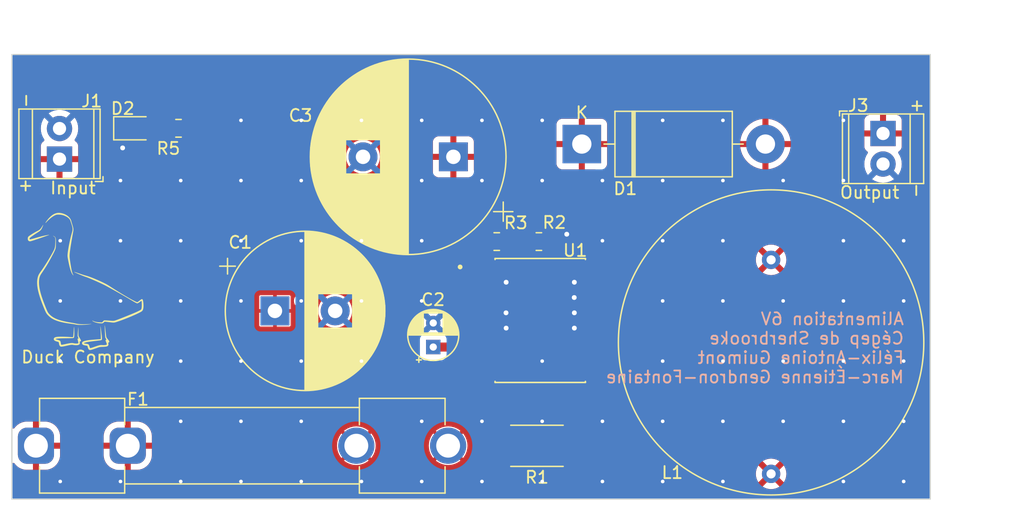
<source format=kicad_pcb>
(kicad_pcb (version 20221018) (generator pcbnew)
  (layers (0 "F.Cu" signal) (1 "In1.Cu" signal) (2 "In2.Cu" signal) (31 "B.Cu" signal) (34 "B.Paste" user) (35 "F.Paste" user) (36 "B.SilkS" user "B.Silkscreen") (37 "F.SilkS" user "F.Silkscreen") (38 "B.Mask" user) (39 "F.Mask" user) (44 "Edge.Cuts" user))
  (net 0 "")
  (net 1 "Net-(U1-VCC)")
  (net 2 "GND")
  (net 3 "Net-(U1-timing_capacitor)")
  (net 4 "Net-(D1-K)")
  (net 5 "Net-(D1-A)")
  (net 6 "Net-(D2-A)")
  (net 7 "Net-(J1-Pin_1)")
  (net 8 "Net-(U1-Ipk_Sense)")
  (net 9 "Net-(U1-Feedback_1)")
  (footprint "Capacitor_THT:CP_Radial_D16.0mm_P7.50mm" (layer "F.Cu") (at 139.16 96.03 180)
    (fp_text reference "C3" (at 12.682755 3.43) (layer "F.SilkS"))
    (fp_text value "Co")
    (pad "1" thru_hole rect (at 0 0 180) (size 2.4 2.4) (drill 1.2) (layers "*.Cu" "*.Mask") (net 4 "Net-(D1-K)"))
    (pad "2" thru_hole circle (at 7.5 0 180) (size 2.4 2.4) (drill 1.2) (layers "*.Cu" "*.Mask") (net 2 "GND"))
  )
  (footprint "TerminalBlock_TE-Connectivity:TerminalBlock_TE_282834-2_1x02_P2.54mm_Horizontal" (layer "F.Cu") (at 174.82 94.09 -90)
    (fp_text reference "J3" (at -2.32 2.06 -180) (layer "F.SilkS"))
    (fp_text value "Output")
    (pad "1" thru_hole rect (at 0 0 270) (size 2.1 2.1) (drill 1.1) (layers "*.Cu" "*.Mask") (net 4 "Net-(D1-K)"))
    (pad "2" thru_hole circle (at 2.54 0 270) (size 2.1 2.1) (drill 1.1) (layers "*.Cu" "*.Mask") (net 2 "GND"))
  )
  (footprint "Capacitor_THT:CP_Radial_D13.0mm_P5.00mm" (layer "F.Cu") (at 124.35 108.83)
    (fp_text reference "C1" (at -2.88 -5.69) (layer "F.SilkS"))
    (fp_text value "Cin")
    (pad "1" thru_hole rect (at 0 0) (size 2.4 2.4) (drill 1.2) (layers "*.Cu" "*.Mask") (net 1 "Net-(U1-VCC)"))
    (pad "2" thru_hole circle (at 5 0) (size 2.4 2.4) (drill 1.2) (layers "*.Cu" "*.Mask") (net 2 "GND"))
  )
  (footprint "Resistor_SMD:R_0805_2012Metric" (layer "F.Cu") (at 142.76 103.07 180)
    (fp_text reference "R3" (at -1.58 1.55) (layer "F.SilkS"))
    (fp_text value "R_US")
    (pad "1" smd roundrect (at -0.9125 0 180) (size 1.025 1.4) (layers "F.Cu" "F.Paste" "F.Mask") (roundrect_rratio 0.243902439) (net 9 "Net-(U1-Feedback_1)"))
    (pad "2" smd roundrect (at 0.9125 0 180) (size 1.025 1.4) (layers "F.Cu" "F.Paste" "F.Mask") (roundrect_rratio 0.243902439) (net 4 "Net-(D1-K)"))
  )
  (footprint "Resistor_SMD:R_2512_6332Metric" (layer "F.Cu") (at 146.0975 120.04 180)
    (fp_text reference "R1" (at 0 -2.62) (layer "F.SilkS"))
    (fp_text value "Rsc")
    (pad "1" smd roundrect (at -2.9625 0 180) (size 1.225 3.35) (layers "F.Cu" "F.Paste" "F.Mask") (roundrect_rratio 0.2040816327) (net 8 "Net-(U1-Ipk_Sense)"))
    (pad "2" smd roundrect (at 2.9625 0 180) (size 1.225 3.35) (layers "F.Cu" "F.Paste" "F.Mask") (roundrect_rratio 0.2040816327) (net 1 "Net-(U1-VCC)"))
  )
  (footprint "THT_2:L0451-AL" (layer "F.Cu") (at 165.53 122.37 90)
    (fp_text reference "L1" hide)
    (fp_text value "180nH")
    (pad "1" thru_hole circle (at 0 0 90) (size 1.524 1.524) (drill 0.762) (layers "*.Cu" "*.Mask") (net 8 "Net-(U1-Ipk_Sense)"))
    (pad "2" thru_hole circle (at 17.78 0 90) (size 1.524 1.524) (drill 0.762) (layers "*.Cu" "*.Mask") (net 5 "Net-(D1-A)"))
  )
  (footprint "Resistor_SMD:R_0805_2012Metric" (layer "F.Cu") (at 116.3475 93.66 180)
    (fp_text reference "R5" (at 0.8425 -1.68) (layer "F.SilkS"))
    (fp_text value "10K")
    (pad "1" smd roundrect (at -0.9125 0 180) (size 1.025 1.4) (layers "F.Cu" "F.Paste" "F.Mask") (roundrect_rratio 0.243902439) (net 1 "Net-(U1-VCC)"))
    (pad "2" smd roundrect (at 0.9125 0 180) (size 1.025 1.4) (layers "F.Cu" "F.Paste" "F.Mask") (roundrect_rratio 0.243902439) (net 6 "Net-(D2-A)"))
  )
  (footprint "LED_SMD:LED_0805_2012Metric" (layer "F.Cu") (at 112.6525 93.66)
    (fp_text reference "D2" (at -0.935 -1.64) (layer "F.SilkS"))
    (fp_text value "LED")
    (pad "1" smd roundrect (at -0.9375 0) (size 0.975 1.4) (layers "F.Cu" "F.Paste" "F.Mask") (net 2 "GND"))
    (pad "2" smd roundrect (at 0.9375 0) (size 0.975 1.4) (layers "F.Cu" "F.Paste" "F.Mask") (net 6 "Net-(D2-A)"))
  )
  (footprint "Resistor_SMD:R_0805_2012Metric" (layer "F.Cu") (at 146.2575 103.07)
    (fp_text reference "R2" (at 1.2825 -1.58) (layer "F.SilkS"))
    (fp_text value "R_US")
    (pad "1" smd roundrect (at -0.9125 0) (size 1.025 1.4) (layers "F.Cu" "F.Paste" "F.Mask") (roundrect_rratio 0.243902439) (net 9 "Net-(U1-Feedback_1)"))
    (pad "2" smd roundrect (at 0.9125 0) (size 1.025 1.4) (layers "F.Cu" "F.Paste" "F.Mask") (roundrect_rratio 0.243902439) (net 2 "GND"))
  )
  (footprint "SOIC127P1030X265-16N:SOIC127P1030X265-16N" (layer "F.Cu") (at 146.37 109.625)
    (fp_text reference "U1" (at 2.9 -5.815) (layer "F.SilkS"))
    (fp_text value "MC34163")
    (pad "1" smd roundrect (at -4.65 -4.445) (size 2 0.6) (layers "F.Cu" "F.Paste") (roundrect_rratio 0.05))
    (pad "2" smd roundrect (at -4.65 -3.175) (size 2 0.6) (layers "F.Cu" "F.Paste") (roundrect_rratio 0.05) (net 2 "GND"))
    (pad "3" smd roundrect (at -4.65 -1.905) (size 2 0.6) (layers "F.Cu" "F.Paste") (roundrect_rratio 0.05) (net 9 "Net-(U1-Feedback_1)"))
    (pad "4" smd roundrect (at -4.65 -0.635) (size 2 0.6) (layers "F.Cu" "F.Paste") (roundrect_rratio 0.05) (net 2 "GND"))
    (pad "5" smd roundrect (at -4.65 0.635) (size 2 0.6) (layers "F.Cu" "F.Paste") (roundrect_rratio 0.05) (net 2 "GND"))
    (pad "6" smd roundrect (at -4.65 1.905) (size 2 0.6) (layers "F.Cu" "F.Paste") (roundrect_rratio 0.05) (net 3 "Net-(U1-timing_capacitor)"))
    (pad "7" smd roundrect (at -4.65 3.175) (size 2 0.6) (layers "F.Cu" "F.Paste") (roundrect_rratio 0.05) (net 1 "Net-(U1-VCC)"))
    (pad "8" smd roundrect (at -4.65 4.445) (size 2 0.6) (layers "F.Cu" "F.Paste") (roundrect_rratio 0.05) (net 8 "Net-(U1-Ipk_Sense)"))
    (pad "9" smd roundrect (at 4.65 4.445) (size 2 0.6) (layers "F.Cu" "F.Paste") (roundrect_rratio 0.05) (net 5 "Net-(D1-A)"))
    (pad "10" smd roundrect (at 4.65 3.175) (size 2 0.6) (layers "F.Cu" "F.Paste") (roundrect_rratio 0.05) (net 5 "Net-(D1-A)"))
    (pad "11" smd roundrect (at 4.65 1.905) (size 2 0.6) (layers "F.Cu" "F.Paste") (roundrect_rratio 0.05) (net 5 "Net-(D1-A)"))
    (pad "12" smd roundrect (at 4.65 0.635) (size 2 0.6) (layers "F.Cu" "F.Paste") (roundrect_rratio 0.05) (net 2 "GND"))
    (pad "13" smd roundrect (at 4.65 -0.635) (size 2 0.6) (layers "F.Cu" "F.Paste") (roundrect_rratio 0.05) (net 2 "GND"))
    (pad "14" smd roundrect (at 4.65 -1.905) (size 2 0.6) (layers "F.Cu" "F.Paste") (roundrect_rratio 0.05) (net 2 "GND"))
    (pad "15" smd roundrect (at 4.65 -3.175) (size 2 0.6) (layers "F.Cu" "F.Paste") (roundrect_rratio 0.05) (net 2 "GND"))
    (pad "16" smd roundrect (at 4.65 -4.445) (size 2 0.6) (layers "F.Cu" "F.Paste") (roundrect_rratio 0.05))
  )
  (footprint "TerminalBlock_TE-Connectivity:TerminalBlock_TE_282834-2_1x02_P2.54mm_Horizontal" (layer "F.Cu") (at 106.47 96.22 90)
    (fp_text reference "J1" (at 4.82 2.67 180) (layer "F.SilkS"))
    (fp_text value "Input")
    (pad "1" thru_hole rect (at 0 0 90) (size 2.1 2.1) (drill 1.1) (layers "*.Cu" "*.Mask") (net 7 "Net-(J1-Pin_1)"))
    (pad "2" thru_hole circle (at 2.54 0 90) (size 2.1 2.1) (drill 1.1) (layers "*.Cu" "*.Mask") (net 2 "GND"))
  )
  (footprint "Fuse:Fuseholder_Clip-6.3x32mm_Littelfuse_102_122_Inline_P34.21x7.62mm_D1.98mm_Horizontal" (layer "F.Cu") (at 104.515 120.03)
    (fp_text reference "F1" (at 8.465 -3.85) (layer "F.SilkS"))
    (fp_text value "Fuse")
    (pad "1" thru_hole roundrect (at 0 0) (size 3 3) (drill 1.98) (layers "*.Cu" "*.Mask") (net 7 "Net-(J1-Pin_1)"))
    (pad "1" thru_hole roundrect (at 7.62 0) (size 3 3) (drill 1.98) (layers "*.Cu" "*.Mask") (net 7 "Net-(J1-Pin_1)"))
    (pad "2" thru_hole circle (at 26.59 0) (size 3 3) (drill 1.98) (layers "*.Cu" "*.Mask") (net 1 "Net-(U1-VCC)"))
    (pad "2" thru_hole circle (at 34.21 0) (size 3 3) (drill 1.98) (layers "*.Cu" "*.Mask") (net 1 "Net-(U1-VCC)"))
  )
  (footprint "Diode_THT:D_DO-201AD_P15.24mm_Horizontal" (layer "F.Cu") (at 149.82 94.97)
    (fp_text reference "D1" (at 3.61 3.71) (layer "F.SilkS"))
    (fp_text value "1N5822")
    (fp_text user "K" (at 0 -2.6) (layer "F.SilkS"))
    (pad "1" thru_hole rect (at 0 0) (size 3.2 3.2) (drill 1.6) (layers "*.Cu" "*.Mask") (net 4 "Net-(D1-K)"))
    (pad "2" thru_hole oval (at 15.24 0) (size 3.2 3.2) (drill 1.6) (layers "*.Cu" "*.Mask") (net 5 "Net-(D1-A)"))
  )
  (footprint "Logo:duck_15x15" (layer "F.Cu") (at 108.64 106.38)
    (fp_text reference "G***" hide)
    (fp_text value "LOGO" hide)
  )
  (footprint "Capacitor_THT:CP_Radial_D4.0mm_P2.00mm" (layer "F.Cu") (at 137.49 111.832599 90)
    (fp_text reference "C2" (at 3.932599 -0.01 180) (layer "F.SilkS"))
    (fp_text value "Ct 680pF")
    (pad "1" thru_hole rect (at 0 0 90) (size 1.2 1.2) (drill 0.6) (layers "*.Cu" "*.Mask") (net 3 "Net-(U1-timing_capacitor)"))
    (pad "2" thru_hole circle (at 2 0 90) (size 1.2 1.2) (drill 0.6) (layers "*.Cu" "*.Mask") (net 2 "GND"))
  )
  (gr_rect (start 102.52 87.53) (end 178.74 124.47) (stroke (width 0.1)) (fill none) (layer "Edge.Cuts"))
  (gr_text "Alimentation 6V\nCégep de Sherbrooke\nFélix-Antoine Guimont\nMarc-Étienne Gendron-Fontaine" (at 176.64 114.91) (layer "B.SilkS") (effects (font (size 1 1)) (justify left bottom mirror)))
  (gr_text "Input" (at 105.61 99.21) (layer "F.SilkS") (effects (font (size 1 1)) (justify left bottom)))
  (gr_text "Output" (at 171.16 99.58) (layer "F.SilkS") (effects (font (size 1 1)) (justify left bottom)))
  (gr_text "+" (at 102.94 98.96) (layer "F.SilkS") (effects (font (size 1 1)) (justify left bottom)))
  (gr_text "Duck Company" (at 103.21 113.25) (layer "F.SilkS") (effects (font (size 1 1)) (justify left bottom)))
  (gr_text "L1" (at 156.35 122.85) (layer "F.SilkS") (effects (font (size 1 1)) (justify left bottom)))
  (gr_text "-" (at 178.09 99.54 90) (layer "F.SilkS") (effects (font (size 1 1)) (justify left bottom)))
  (gr_text "-" (at 104.22 92.06 90) (layer "F.SilkS") (effects (font (size 1 1)) (justify left bottom)))
  (gr_text "+" (at 176.92 92.31) (layer "F.SilkS") (effects (font (size 1 1)) (justify left bottom)))
  (segment (start 141.72 110.26) (end 143.54 110.26) (width 0.75) (layer "F.Cu") (net 2))
  (segment (start 147.96 103.07) (end 148.57 102.46) (width 0.75) (layer "F.Cu") (net 2))
  (segment (start 151.02 107.72) (end 149.19 107.72) (width 0.75) (layer "F.Cu") (net 2))
  (segment (start 151.02 108.99) (end 149.2 108.99) (width 0.75) (layer "F.Cu") (net 2))
  (segment (start 141.72 106.45) (end 143.54 106.45) (width 0.75) (layer "F.Cu") (net 2))
  (segment (start 151.02 106.45) (end 149.2 106.45) (width 0.75) (layer "F.Cu") (net 2))
  (segment (start 111.715 93.66) (end 111.715 95.285) (width 0.75) (layer "F.Cu") (net 2))
  (segment (start 147.17 103.07) (end 147.96 103.07) (width 0.75) (layer "F.Cu") (net 2))
  (segment (start 151.02 110.26) (end 149.2 110.26) (width 0.75) (layer "F.Cu") (net 2))
  (segment (start 141.72 108.99) (end 143.53 108.99) (width 0.75) (layer "F.Cu") (net 2))
  (segment (start 111.715 95.285) (end 111.71 95.29) (width 0.25) (layer "F.Cu") (net 2))
  (via (at 136.531517 118.00175) (size 0.8) (drill 0.3) (layers "F.Cu" "B.Cu") (net 2))
  (via (at 116.531517 118.00175) (size 0.8) (drill 0.3) (layers "F.Cu" "B.Cu") (net 2))
  (via (at 121.531517 113.00175) (size 0.8) (drill 0.3) (layers "F.Cu" "B.Cu") (net 2))
  (via (at 126.531517 103.00175) (size 0.8) (drill 0.3) (layers "F.Cu" "B.Cu") (net 2))
  (via (at 106.531517 103.00175) (size 0.8) (drill 0.3) (layers "F.Cu" "B.Cu") (net 2))
  (via (at 111.531517 123.00175) (size 0.8) (drill 0.3) (layers "F.Cu" "B.Cu") (net 2))
  (via (at 156.531517 113.00175) (size 0.8) (drill 0.3) (layers "F.Cu" "B.Cu") (net 2))
  (via (at 141.531517 118.00175) (size 0.8) (drill 0.3) (layers "F.Cu" "B.Cu") (net 2))
  (via (at 156.531517 123.00175) (size 0.8) (drill 0.3) (layers "F.Cu" "B.Cu") (net 2))
  (via (at 171.531517 93.00175) (size 0.8) (drill 0.3) (layers "F.Cu" "B.Cu") (net 2))
  (via (at 176.531517 118.00175) (size 0.8) (drill 0.3) (layers "F.Cu" "B.Cu") (net 2))
  (via (at 131.531517 103.00175) (size 0.8) (drill 0.3) (layers "F.Cu" "B.Cu") (net 2))
  (via (at 121.531517 98.00175) (size 0.8) (drill 0.3) (layers "F.Cu" "B.Cu") (net 2))
  (via (at 161.531517 113.00175) (size 0.8) (drill 0.3) (layers "F.Cu" "B.Cu") (net 2))
  (via (at 106.531517 123.00175) (size 0.8) (drill 0.3) (layers "F.Cu" "B.Cu") (net 2))
  (via (at 146.531517 113.00175) (size 0.8) (drill 0.3) (layers "F.Cu" "B.Cu") (net 2))
  (via (at 126.531517 118.00175) (size 0.8) (drill 0.3) (layers "F.Cu" "B.Cu") (net 2))
  (via (at 131.531517 123.00175) (size 0.8) (drill 0.3) (layers "F.Cu" "B.Cu") (net 2))
  (via (at 106.531517 108.00175) (size 0.8) (drill 0.3) (layers "F.Cu" "B.Cu") (net 2))
  (via (at 111.531517 113.00175) (size 0.8) (drill 0.3) (layers "F.Cu" "B.Cu") (net 2))
  (via (at 116.531517 108.00175) (size 0.8) (drill 0.3) (layers "F.Cu" "B.Cu") (net 2))
  (via (at 141.531517 93.00175) (size 0.8) (drill 0.3) (layers "F.Cu" "B.Cu") (net 2))
  (via (at 136.531517 98.00175) (size 0.8) (drill 0.3) (layers "F.Cu" "B.Cu") (net 2))
  (via (at 176.531517 123.00175) (size 0.8) (drill 0.3) (layers "F.Cu" "B.Cu") (net 2))
  (via (at 149.2 108.99) (size 0.8) (drill 0.4) (layers "F.Cu" "B.Cu") (net 2))
  (via (at 161.531517 93.00175) (size 0.8) (drill 0.3) (layers "F.Cu" "B.Cu") (net 2))
  (via (at 151.531517 98.00175) (size 0.8) (drill 0.3) (layers "F.Cu" "B.Cu") (net 2))
  (via (at 146.531517 118.00175) (size 0.8) (drill 0.3) (layers "F.Cu" "B.Cu") (net 2))
  (via (at 116.531517 98.00175) (size 0.8) (drill 0.3) (layers "F.Cu" "B.Cu") (net 2))
  (via (at 116.531517 113.00175) (size 0.8) (drill 0.3) (layers "F.Cu" "B.Cu") (net 2))
  (via (at 126.531517 98.00175) (size 0.8) (drill 0.3) (layers "F.Cu" "B.Cu") (net 2))
  (via (at 121.531517 118.00175) (size 0.8) (drill 0.3) (layers "F.Cu" "B.Cu") (net 2))
  (via (at 171.531517 103.00175) (size 0.8) (drill 0.3) (layers "F.Cu" "B.Cu") (net 2))
  (via (at 156.531517 103.00175) (size 0.8) (drill 0.3) (layers "F.Cu" "B.Cu") (net 2))
  (via (at 143.54 106.45) (size 0.8) (drill 0.4) (layers "F.Cu" "B.Cu") (net 2))
  (via (at 171.531517 113.00175) (size 0.8) (drill 0.3) (layers "F.Cu" "B.Cu") (net 2))
  (via (at 166.531517 98.00175) (size 0.8) (drill 0.3) (layers "F.Cu" "B.Cu") (net 2))
  (via (at 161.531517 108.00175) (size 0.8) (drill 0.3) (layers "F.Cu" "B.Cu") (net 2))
  (via (at 161.531517 118.00175) (size 0.8) (drill 0.3) (layers "F.Cu" "B.Cu") (net 2))
  (via (at 171.531517 98.00175) (size 0.8) (drill 0.3) (layers "F.Cu" "B.Cu") (net 2))
  (via (at 149.19 107.72) (size 0.8) (drill 0.4) (layers "F.Cu" "B.Cu") (net 2))
  (via (at 111.531517 98.00175) (size 0.8) (drill 0.3) (layers "F.Cu" "B.Cu") (net 2))
  (via (at 126.531517 108.00175) (size 0.8) (drill 0.3) (layers "F.Cu" "B.Cu") (net 2))
  (via (at 121.531517 108.00175) (size 0.8) (drill 0.3) (layers "F.Cu" "B.Cu") (net 2))
  (via (at 131.531517 108.00175) (size 0.8) (drill 0.3) (layers "F.Cu" "B.Cu") (net 2))
  (via (at 171.531517 118.00175) (size 0.8) (drill 0.3) (layers "F.Cu" "B.Cu") (net 2))
  (via (at 136.531517 123.00175) (size 0.8) (drill 0.3) (layers "F.Cu" "B.Cu") (net 2))
  (via (at 111.71 95.29) (size 0.8) (drill 0.4) (layers "F.Cu" "B.Cu") (net 2))
  (via (at 136.531517 108.00175) (size 0.8) (drill 0.3) (layers "F.Cu" "B.Cu") (net 2))
  (via (at 176.531517 113.00175) (size 0.8) (drill 0.3) (layers "F.Cu" "B.Cu") (net 2))
  (via (at 116.531517 103.00175) (size 0.8) (drill 0.3) (layers "F.Cu" "B.Cu") (net 2))
  (via (at 121.531517 93.00175) (size 0.8) (drill 0.3) (layers "F.Cu" "B.Cu") (net 2))
  (via (at 121.531517 123.00175) (size 0.8) (drill 0.3) (layers "F.Cu" "B.Cu") (net 2))
  (via (at 126.531517 123.00175) (size 0.8) (drill 0.3) (layers "F.Cu" "B.Cu") (net 2))
  (via (at 111.531517 108.00175) (size 0.8) (drill 0.3) (layers "F.Cu" "B.Cu") (net 2))
  (via (at 156.531517 108.00175) (size 0.8) (drill 0.3) (layers "F.Cu" "B.Cu") (net 2))
  (via (at 146.531517 123.00175) (size 0.8) (drill 0.3) (layers "F.Cu" "B.Cu") (net 2))
  (via (at 171.531517 123.00175) (size 0.8) (drill 0.3) (layers "F.Cu" "B.Cu") (net 2))
  (via (at 126.531517 93.00175) (size 0.8) (drill 0.3) (layers "F.Cu" "B.Cu") (net 2))
  (via (at 166.531517 108.00175) (size 0.8) (drill 0.3) (layers "F.Cu" "B.Cu") (net 2))
  (via (at 126.531517 113.00175) (size 0.8) (drill 0.3) (layers "F.Cu" "B.Cu") (net 2))
  (via (at 111.531517 103.00175) (size 0.8) (drill 0.3) (layers "F.Cu" "B.Cu") (net 2))
  (via (at 143.53 108.99) (size 0.8) (drill 0.4) (layers "F.Cu" "B.Cu") (net 2))
  (via (at 149.2 106.45) (size 0.8) (drill 0.4) (layers "F.Cu" "B.Cu") (net 2))
  (via (at 156.531517 98.00175) (size 0.8) (drill 0.3) (layers "F.Cu" "B.Cu") (net 2))
  (via (at 156.531517 118.00175) (size 0.8) (drill 0.3) (layers "F.Cu" "B.Cu") (net 2))
  (via (at 116.531517 123.00175) (size 0.8) (drill 0.3) (layers "F.Cu" "B.Cu") (net 2))
  (via (at 161.531517 98.00175) (size 0.8) (drill 0.3) (layers "F.Cu" "B.Cu") (net 2))
  (via (at 143.54 110.26) (size 0.8) (drill 0.4) (layers "F.Cu" "B.Cu") (net 2))
  (via (at 156.531517 93.00175) (size 0.8) (drill 0.3) (layers "F.Cu" "B.Cu") (net 2))
  (via (at 131.531517 93.00175) (size 0.8) (drill 0.3) (layers "F.Cu" "B.Cu") (net 2))
  (via (at 176.531517 103.00175) (size 0.8) (drill 0.3) (layers "F.Cu" "B.Cu") (net 2))
  (via (at 136.531517 103.00175) (size 0.8) (drill 0.3) (layers "F.Cu" "B.Cu") (net 2))
  (via (at 141.531517 123.00175) (size 0.8) (drill 0.3) (layers "F.Cu" "B.Cu") (net 2))
  (via (at 171.531517 108.00175) (size 0.8) (drill 0.3) (layers "F.Cu" "B.Cu") (net 2))
  (via (at 166.531517 118.00175) (size 0.8) (drill 0.3) (layers "F.Cu" "B.Cu") (net 2))
  (via (at 151.531517 118.00175) (size 0.8) (drill 0.3) (layers "F.Cu" "B.Cu") (net 2))
  (via (at 106.531517 113.00175) (size 0.8) (drill 0.3) (layers "F.Cu" "B.Cu") (net 2))
  (via (at 151.531517 103.00175) (size 0.8) (drill 0.3) (layers "F.Cu" "B.Cu") (net 2))
  (via (at 149.2 110.26) (size 0.8) (drill 0.4) (layers "F.Cu" "B.Cu") (net 2))
  (via (at 166.531517 113.00175) (size 0.8) (drill 0.3) (layers "F.Cu" "B.Cu") (net 2))
  (via (at 151.531517 123.00175) (size 0.8) (drill 0.3) (layers "F.Cu" "B.Cu") (net 2))
  (via (at 148.57 102.46) (size 0.8) (drill 0.4) (layers "F.Cu" "B.Cu") (net 2))
  (via (at 121.531517 103.00175) (size 0.8) (drill 0.3) (layers "F.Cu" "B.Cu") (net 2))
  (via (at 146.531517 98.00175) (size 0.8) (drill 0.3) (layers "F.Cu" "B.Cu") (net 2))
  (via (at 176.531517 108.00175) (size 0.8) (drill 0.3) (layers "F.Cu" "B.Cu") (net 2))
  (via (at 136.531517 93.00175) (size 0.8) (drill 0.3) (layers "F.Cu" "B.Cu") (net 2))
  (via (at 131.531517 113.00175) (size 0.8) (drill 0.3) (layers "F.Cu" "B.Cu") (net 2))
  (via (at 141.531517 98.00175) (size 0.8) (drill 0.3) (layers "F.Cu" "B.Cu") (net 2))
  (via (at 161.531517 123.00175) (size 0.8) (drill 0.3) (layers "F.Cu" "B.Cu") (net 2))
  (via (at 161.531517 103.00175) (size 0.8) (drill 0.3) (layers "F.Cu" "B.Cu") (net 2))
  (via (at 146.531517 93.00175) (size 0.8) (drill 0.3) (layers "F.Cu" "B.Cu") (net 2))
  (segment (start 141.72 111.53) (end 139.87 111.53) (width 0.75) (layer "F.Cu") (net 3))
  (segment (start 139.56 111.84) (end 139.552599 111.832599) (width 0.25) (layer "F.Cu") (net 3))
  (segment (start 139.552599 111.832599) (end 137.49 111.832599) (width 0.75) (layer "F.Cu") (net 3))
  (segment (start 139.87 111.53) (end 139.56 111.84) (width 0.75) (layer "F.Cu") (net 3))
  (segment (start 113.59 93.66) (end 115.435 93.66) (width 0.75) (layer "F.Cu") (net 6))
  (segment (start 141.72 107.72) (end 144.88 107.72) (width 0.75) (layer "F.Cu") (net 9))
  (segment (start 143.6725 103.07) (end 145.345 103.07) (width 0.75) (layer "F.Cu") (net 9))
  (segment (start 145.345 107.255) (end 145.345 103.07) (width 0.75) (layer "F.Cu") (net 9))
  (segment (start 144.88 107.72) (end 145.345 107.255) (width 0.75) (layer "F.Cu") (net 9))
  (zone (net 5) (net_name "Net-(D1-A)") (layer "F.Cu") (priority 3) (connect_pads (clearance 0.508)) (min_thickness 0.25) (fill yes (thermal_gap 0.5) (thermal_bridge_width 0.5))
    (polygon (pts (xy 148.889779 115.160467) (xy 165.02 115.170454) (xy 165.02 110.66) (xy 178.74 110.66) (xy 178.74 99.56) (xy 167.61 99.56) (xy 167.61 92.1) (xy 158.35 92.1) (xy 158.35 104.43) (xy 152.58 104.43) (xy 152.58 110.92) (xy 148.88812 110.92)))
  )
  (zone (net 8) (net_name "Net-(U1-Ipk_Sense)") (layer "F.Cu") (priority 2) (connect_pads (clearance 0.508)) (min_thickness 0.25) (fill yes (thermal_gap 0.5) (thermal_bridge_width 0.5))
    (polygon (pts (xy 140.5 113.52) (xy 140.5 116.51) (xy 146.51 116.51) (xy 146.51 124.44) (xy 178.73 124.44) (xy 178.73 111.18) (xy 165.54 111.18) (xy 165.54 115.87) (xy 148.31 115.87) (xy 148.31 113.52)))
  )
  (zone (net 4) (net_name "Net-(D1-K)") (layer "F.Cu") (priority 5) (connect_pads (clearance 0.508)) (min_thickness 0.25) (fill yes (thermal_gap 0.5) (thermal_bridge_width 0.5))
    (polygon (pts (xy 135.33 87.509441) (xy 178.729441 87.509441) (xy 178.73 87.51) (xy 178.73 99) (xy 168.21 99) (xy 168.21 91.4) (xy 157.74 91.4) (xy 157.73 91.41) (xy 157.73 103.77) (xy 149.71 103.77) (xy 149.71 104.12) (xy 135.33 104.12)))
  )
  (zone (net 1) (net_name "Net-(U1-VCC)") (layer "F.Cu") (priority 1) (connect_pads (clearance 0.127)) (min_thickness 0.1) (fill yes (thermal_gap 0.1) (thermal_bridge_width 0.3))
    (polygon (pts (xy 115.46 124.44) (xy 115.48 87.488434) (xy 134.67 87.509441) (xy 134.67 112.96) (xy 139.06 112.96) (xy 139.88 112.14) (xy 144.4 112.14) (xy 144.4 113.52) (xy 139.95 113.52) (xy 139.95 117.08) (xy 145.94 117.08) (xy 145.94 124.44)))
  )
  (zone (net 7) (net_name "Net-(J1-Pin_1)") (layer "F.Cu") (connect_pads (clearance 0.508)) (min_thickness 0.25) (fill yes (thermal_gap 0.5) (thermal_bridge_width 0.5))
    (polygon (pts (xy 114.53 124.44) (xy 114.53 87.52) (xy 102.51 87.52) (xy 102.51 124.44)))
  )
  (zone (net 2) (net_name "GND") (layers "In1.Cu" "B.Cu") (priority 6) (connect_pads (clearance 0.508)) (min_thickness 0.25) (fill yes (thermal_gap 0.5) (thermal_bridge_width 0.5))
    (polygon (pts (xy 102.52 87.54) (xy 178.74 87.54) (xy 178.74 124.47) (xy 102.52 124.47)))
  )
)
</source>
